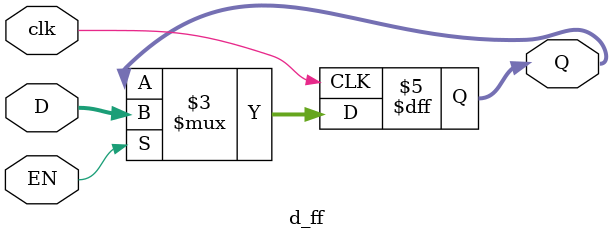
<source format=v>
module d_ff(clk,EN,D,Q);
  parameter n=16;
  input clk,EN;
  input [n-1:0] D;
  output reg [n-1:0] Q;
  always @(posedge clk)
  	  if(EN==1)
    Q<=D;
  
endmodule
</source>
